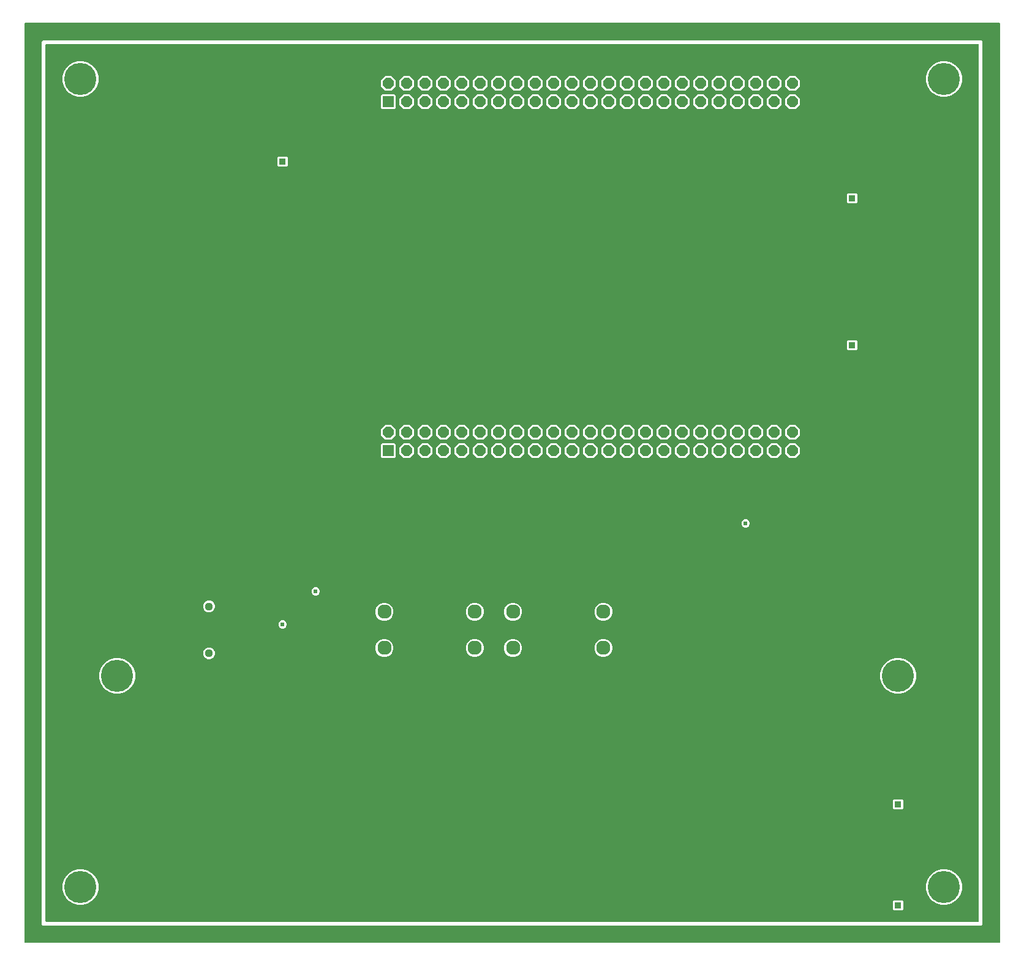
<source format=gbr>
G04 EAGLE Gerber RS-274X export*
G75*
%MOMM*%
%FSLAX34Y34*%
%LPD*%
%INBottom Copper*%
%IPPOS*%
%AMOC8*
5,1,8,0,0,1.08239X$1,22.5*%
G01*
%ADD10R,1.524000X1.524000*%
%ADD11P,1.649562X8X22.500000*%
%ADD12R,0.904800X0.904800*%
%ADD13C,1.960000*%
%ADD14C,1.120000*%
%ADD15C,4.445000*%
%ADD16C,0.609600*%

G36*
X1320918Y-26654D02*
X1320918Y-26654D01*
X1321037Y-26647D01*
X1321075Y-26634D01*
X1321116Y-26629D01*
X1321226Y-26586D01*
X1321339Y-26549D01*
X1321374Y-26527D01*
X1321411Y-26512D01*
X1321507Y-26443D01*
X1321608Y-26379D01*
X1321636Y-26349D01*
X1321669Y-26326D01*
X1321745Y-26234D01*
X1321826Y-26147D01*
X1321846Y-26112D01*
X1321871Y-26081D01*
X1321922Y-25973D01*
X1321980Y-25869D01*
X1321990Y-25829D01*
X1322007Y-25793D01*
X1322029Y-25676D01*
X1322059Y-25561D01*
X1322063Y-25501D01*
X1322067Y-25481D01*
X1322065Y-25460D01*
X1322069Y-25400D01*
X1322069Y1244600D01*
X1322054Y1244718D01*
X1322047Y1244837D01*
X1322034Y1244875D01*
X1322029Y1244916D01*
X1321986Y1245026D01*
X1321949Y1245139D01*
X1321927Y1245174D01*
X1321912Y1245211D01*
X1321843Y1245307D01*
X1321779Y1245408D01*
X1321749Y1245436D01*
X1321726Y1245469D01*
X1321634Y1245545D01*
X1321547Y1245626D01*
X1321512Y1245646D01*
X1321481Y1245671D01*
X1321373Y1245722D01*
X1321269Y1245780D01*
X1321229Y1245790D01*
X1321193Y1245807D01*
X1321076Y1245829D01*
X1320961Y1245859D01*
X1320901Y1245863D01*
X1320881Y1245867D01*
X1320860Y1245865D01*
X1320800Y1245869D01*
X-25400Y1245869D01*
X-25518Y1245854D01*
X-25637Y1245847D01*
X-25675Y1245834D01*
X-25716Y1245829D01*
X-25826Y1245786D01*
X-25939Y1245749D01*
X-25974Y1245727D01*
X-26011Y1245712D01*
X-26107Y1245643D01*
X-26208Y1245579D01*
X-26236Y1245549D01*
X-26269Y1245526D01*
X-26345Y1245434D01*
X-26426Y1245347D01*
X-26446Y1245312D01*
X-26471Y1245281D01*
X-26522Y1245173D01*
X-26580Y1245069D01*
X-26590Y1245029D01*
X-26607Y1244993D01*
X-26629Y1244876D01*
X-26659Y1244761D01*
X-26663Y1244701D01*
X-26667Y1244681D01*
X-26665Y1244660D01*
X-26669Y1244600D01*
X-26669Y-25400D01*
X-26654Y-25518D01*
X-26647Y-25637D01*
X-26634Y-25675D01*
X-26629Y-25716D01*
X-26586Y-25826D01*
X-26549Y-25939D01*
X-26527Y-25974D01*
X-26512Y-26011D01*
X-26443Y-26107D01*
X-26379Y-26208D01*
X-26349Y-26236D01*
X-26326Y-26269D01*
X-26234Y-26345D01*
X-26147Y-26426D01*
X-26112Y-26446D01*
X-26081Y-26471D01*
X-25973Y-26522D01*
X-25869Y-26580D01*
X-25829Y-26590D01*
X-25793Y-26607D01*
X-25676Y-26629D01*
X-25561Y-26659D01*
X-25501Y-26663D01*
X-25481Y-26667D01*
X-25460Y-26665D01*
X-25400Y-26669D01*
X1320800Y-26669D01*
X1320918Y-26654D01*
G37*
%LPC*%
G36*
X-1052Y-2541D02*
X-1052Y-2541D01*
X-2541Y-1052D01*
X-2541Y1220252D01*
X-1052Y1221741D01*
X1296452Y1221741D01*
X1297941Y1220252D01*
X1297941Y-1052D01*
X1296452Y-2541D01*
X-1052Y-2541D01*
G37*
%LPD*%
G36*
X1291708Y2556D02*
X1291708Y2556D01*
X1291827Y2563D01*
X1291865Y2576D01*
X1291906Y2581D01*
X1292016Y2624D01*
X1292129Y2661D01*
X1292164Y2683D01*
X1292201Y2698D01*
X1292297Y2767D01*
X1292398Y2831D01*
X1292426Y2861D01*
X1292459Y2884D01*
X1292535Y2976D01*
X1292616Y3063D01*
X1292636Y3098D01*
X1292661Y3129D01*
X1292712Y3237D01*
X1292770Y3341D01*
X1292780Y3381D01*
X1292797Y3417D01*
X1292819Y3534D01*
X1292849Y3649D01*
X1292853Y3709D01*
X1292857Y3729D01*
X1292855Y3750D01*
X1292859Y3810D01*
X1292859Y1215390D01*
X1292844Y1215508D01*
X1292837Y1215627D01*
X1292824Y1215665D01*
X1292819Y1215706D01*
X1292776Y1215816D01*
X1292739Y1215929D01*
X1292717Y1215964D01*
X1292702Y1216001D01*
X1292633Y1216097D01*
X1292569Y1216198D01*
X1292539Y1216226D01*
X1292516Y1216259D01*
X1292424Y1216335D01*
X1292337Y1216416D01*
X1292302Y1216436D01*
X1292271Y1216461D01*
X1292163Y1216512D01*
X1292059Y1216570D01*
X1292019Y1216580D01*
X1291983Y1216597D01*
X1291866Y1216619D01*
X1291751Y1216649D01*
X1291691Y1216653D01*
X1291671Y1216657D01*
X1291650Y1216655D01*
X1291590Y1216659D01*
X3810Y1216659D01*
X3692Y1216644D01*
X3573Y1216637D01*
X3535Y1216624D01*
X3494Y1216619D01*
X3384Y1216576D01*
X3271Y1216539D01*
X3236Y1216517D01*
X3199Y1216502D01*
X3103Y1216433D01*
X3002Y1216369D01*
X2974Y1216339D01*
X2941Y1216316D01*
X2865Y1216224D01*
X2784Y1216137D01*
X2764Y1216102D01*
X2739Y1216071D01*
X2688Y1215963D01*
X2630Y1215859D01*
X2620Y1215819D01*
X2603Y1215783D01*
X2581Y1215666D01*
X2551Y1215551D01*
X2547Y1215491D01*
X2543Y1215471D01*
X2545Y1215450D01*
X2541Y1215390D01*
X2541Y3810D01*
X2556Y3692D01*
X2563Y3573D01*
X2576Y3535D01*
X2581Y3494D01*
X2624Y3384D01*
X2661Y3271D01*
X2683Y3236D01*
X2698Y3199D01*
X2767Y3103D01*
X2831Y3002D01*
X2861Y2974D01*
X2884Y2941D01*
X2976Y2865D01*
X3063Y2784D01*
X3098Y2764D01*
X3129Y2739D01*
X3237Y2688D01*
X3341Y2630D01*
X3381Y2620D01*
X3417Y2603D01*
X3534Y2581D01*
X3649Y2551D01*
X3709Y2547D01*
X3729Y2543D01*
X3750Y2545D01*
X3810Y2541D01*
X1291590Y2541D01*
X1291708Y2556D01*
G37*
%LPC*%
G36*
X1241340Y1143634D02*
X1241340Y1143634D01*
X1235041Y1145322D01*
X1229394Y1148582D01*
X1224782Y1153194D01*
X1221522Y1158841D01*
X1219834Y1165140D01*
X1219834Y1171660D01*
X1221522Y1177959D01*
X1224782Y1183606D01*
X1229394Y1188218D01*
X1235041Y1191478D01*
X1241340Y1193166D01*
X1247860Y1193166D01*
X1254159Y1191478D01*
X1259806Y1188218D01*
X1264418Y1183606D01*
X1267678Y1177959D01*
X1269366Y1171660D01*
X1269366Y1165140D01*
X1267678Y1158841D01*
X1264418Y1153194D01*
X1259806Y1148582D01*
X1254159Y1145322D01*
X1247860Y1143634D01*
X1241340Y1143634D01*
G37*
%LPD*%
%LPC*%
G36*
X47540Y1143634D02*
X47540Y1143634D01*
X41241Y1145322D01*
X35594Y1148582D01*
X30982Y1153194D01*
X27722Y1158841D01*
X26034Y1165140D01*
X26034Y1171660D01*
X27722Y1177959D01*
X30982Y1183606D01*
X35594Y1188218D01*
X41241Y1191478D01*
X47540Y1193166D01*
X54060Y1193166D01*
X60359Y1191478D01*
X66006Y1188218D01*
X70618Y1183606D01*
X73878Y1177959D01*
X75566Y1171660D01*
X75566Y1165140D01*
X73878Y1158841D01*
X70618Y1153194D01*
X66006Y1148582D01*
X60359Y1145322D01*
X54060Y1143634D01*
X47540Y1143634D01*
G37*
%LPD*%
%LPC*%
G36*
X47540Y26034D02*
X47540Y26034D01*
X41241Y27722D01*
X35594Y30982D01*
X30982Y35594D01*
X27722Y41241D01*
X26034Y47540D01*
X26034Y54060D01*
X27722Y60359D01*
X30982Y66006D01*
X35594Y70618D01*
X41241Y73878D01*
X47540Y75566D01*
X54060Y75566D01*
X60359Y73878D01*
X66006Y70618D01*
X70618Y66006D01*
X73878Y60359D01*
X75566Y54060D01*
X75566Y47540D01*
X73878Y41241D01*
X70618Y35594D01*
X66006Y30982D01*
X60359Y27722D01*
X54060Y26034D01*
X47540Y26034D01*
G37*
%LPD*%
%LPC*%
G36*
X1241340Y26034D02*
X1241340Y26034D01*
X1235041Y27722D01*
X1229394Y30982D01*
X1224782Y35594D01*
X1221522Y41241D01*
X1219834Y47540D01*
X1219834Y54060D01*
X1221522Y60359D01*
X1224782Y66006D01*
X1229394Y70618D01*
X1235041Y73878D01*
X1241340Y75566D01*
X1247860Y75566D01*
X1254159Y73878D01*
X1259806Y70618D01*
X1264418Y66006D01*
X1267678Y60359D01*
X1269366Y54060D01*
X1269366Y47540D01*
X1267678Y41241D01*
X1264418Y35594D01*
X1259806Y30982D01*
X1254159Y27722D01*
X1247860Y26034D01*
X1241340Y26034D01*
G37*
%LPD*%
%LPC*%
G36*
X1177840Y318134D02*
X1177840Y318134D01*
X1171541Y319822D01*
X1165894Y323082D01*
X1161282Y327694D01*
X1158022Y333341D01*
X1156334Y339640D01*
X1156334Y346160D01*
X1158022Y352459D01*
X1161282Y358106D01*
X1165894Y362718D01*
X1171541Y365978D01*
X1177840Y367666D01*
X1184360Y367666D01*
X1190659Y365978D01*
X1196306Y362718D01*
X1200918Y358106D01*
X1204178Y352459D01*
X1205866Y346160D01*
X1205866Y339640D01*
X1204178Y333341D01*
X1200918Y327694D01*
X1196306Y323082D01*
X1190659Y319822D01*
X1184360Y318134D01*
X1177840Y318134D01*
G37*
%LPD*%
%LPC*%
G36*
X98340Y318134D02*
X98340Y318134D01*
X92041Y319822D01*
X86394Y323082D01*
X81782Y327694D01*
X78522Y333341D01*
X76834Y339640D01*
X76834Y346160D01*
X78522Y352459D01*
X81782Y358106D01*
X86394Y362718D01*
X92041Y365978D01*
X98340Y367666D01*
X104860Y367666D01*
X111159Y365978D01*
X116806Y362718D01*
X121418Y358106D01*
X124678Y352459D01*
X126366Y346160D01*
X126366Y339640D01*
X124678Y333341D01*
X121418Y327694D01*
X116806Y323082D01*
X111159Y319822D01*
X104860Y318134D01*
X98340Y318134D01*
G37*
%LPD*%
%LPC*%
G36*
X468445Y369059D02*
X468445Y369059D01*
X463910Y370938D01*
X460438Y374410D01*
X458559Y378945D01*
X458559Y383855D01*
X460438Y388390D01*
X463910Y391862D01*
X468445Y393741D01*
X473355Y393741D01*
X477890Y391862D01*
X481362Y388390D01*
X483241Y383855D01*
X483241Y378945D01*
X481362Y374410D01*
X477890Y370938D01*
X473355Y369059D01*
X468445Y369059D01*
G37*
%LPD*%
%LPC*%
G36*
X593445Y369059D02*
X593445Y369059D01*
X588910Y370938D01*
X585438Y374410D01*
X583559Y378945D01*
X583559Y383855D01*
X585438Y388390D01*
X588910Y391862D01*
X593445Y393741D01*
X598355Y393741D01*
X602890Y391862D01*
X606362Y388390D01*
X608241Y383855D01*
X608241Y378945D01*
X606362Y374410D01*
X602890Y370938D01*
X598355Y369059D01*
X593445Y369059D01*
G37*
%LPD*%
%LPC*%
G36*
X646245Y369059D02*
X646245Y369059D01*
X641710Y370938D01*
X638238Y374410D01*
X636359Y378945D01*
X636359Y383855D01*
X638238Y388390D01*
X641710Y391862D01*
X646245Y393741D01*
X651155Y393741D01*
X655690Y391862D01*
X659162Y388390D01*
X661041Y383855D01*
X661041Y378945D01*
X659162Y374410D01*
X655690Y370938D01*
X651155Y369059D01*
X646245Y369059D01*
G37*
%LPD*%
%LPC*%
G36*
X771245Y369059D02*
X771245Y369059D01*
X766710Y370938D01*
X763238Y374410D01*
X761359Y378945D01*
X761359Y383855D01*
X763238Y388390D01*
X766710Y391862D01*
X771245Y393741D01*
X776155Y393741D01*
X780690Y391862D01*
X784162Y388390D01*
X786041Y383855D01*
X786041Y378945D01*
X784162Y374410D01*
X780690Y370938D01*
X776155Y369059D01*
X771245Y369059D01*
G37*
%LPD*%
%LPC*%
G36*
X468445Y419059D02*
X468445Y419059D01*
X463910Y420938D01*
X460438Y424410D01*
X458559Y428945D01*
X458559Y433855D01*
X460438Y438390D01*
X463910Y441862D01*
X468445Y443741D01*
X473355Y443741D01*
X477890Y441862D01*
X481362Y438390D01*
X483241Y433855D01*
X483241Y428945D01*
X481362Y424410D01*
X477890Y420938D01*
X473355Y419059D01*
X468445Y419059D01*
G37*
%LPD*%
%LPC*%
G36*
X593445Y419059D02*
X593445Y419059D01*
X588910Y420938D01*
X585438Y424410D01*
X583559Y428945D01*
X583559Y433855D01*
X585438Y438390D01*
X588910Y441862D01*
X593445Y443741D01*
X598355Y443741D01*
X602890Y441862D01*
X606362Y438390D01*
X608241Y433855D01*
X608241Y428945D01*
X606362Y424410D01*
X602890Y420938D01*
X598355Y419059D01*
X593445Y419059D01*
G37*
%LPD*%
%LPC*%
G36*
X646245Y419059D02*
X646245Y419059D01*
X641710Y420938D01*
X638238Y424410D01*
X636359Y428945D01*
X636359Y433855D01*
X638238Y438390D01*
X641710Y441862D01*
X646245Y443741D01*
X651155Y443741D01*
X655690Y441862D01*
X659162Y438390D01*
X661041Y433855D01*
X661041Y428945D01*
X659162Y424410D01*
X655690Y420938D01*
X651155Y419059D01*
X646245Y419059D01*
G37*
%LPD*%
%LPC*%
G36*
X771245Y419059D02*
X771245Y419059D01*
X766710Y420938D01*
X763238Y424410D01*
X761359Y428945D01*
X761359Y433855D01*
X763238Y438390D01*
X766710Y441862D01*
X771245Y443741D01*
X776155Y443741D01*
X780690Y441862D01*
X784162Y438390D01*
X786041Y433855D01*
X786041Y428945D01*
X784162Y424410D01*
X780690Y420938D01*
X776155Y419059D01*
X771245Y419059D01*
G37*
%LPD*%
%LPC*%
G36*
X467578Y643889D02*
X467578Y643889D01*
X466089Y645378D01*
X466089Y662722D01*
X467578Y664211D01*
X484922Y664211D01*
X486411Y662722D01*
X486411Y645378D01*
X484922Y643889D01*
X467578Y643889D01*
G37*
%LPD*%
%LPC*%
G36*
X467578Y1126489D02*
X467578Y1126489D01*
X466089Y1127978D01*
X466089Y1145322D01*
X467578Y1146811D01*
X484922Y1146811D01*
X486411Y1145322D01*
X486411Y1127978D01*
X484922Y1126489D01*
X467578Y1126489D01*
G37*
%LPD*%
%LPC*%
G36*
X776841Y1151889D02*
X776841Y1151889D01*
X770889Y1157841D01*
X770889Y1166259D01*
X776841Y1172211D01*
X785259Y1172211D01*
X791211Y1166259D01*
X791211Y1157841D01*
X785259Y1151889D01*
X776841Y1151889D01*
G37*
%LPD*%
%LPC*%
G36*
X751441Y1151889D02*
X751441Y1151889D01*
X745489Y1157841D01*
X745489Y1166259D01*
X751441Y1172211D01*
X759859Y1172211D01*
X765811Y1166259D01*
X765811Y1157841D01*
X759859Y1151889D01*
X751441Y1151889D01*
G37*
%LPD*%
%LPC*%
G36*
X726041Y1151889D02*
X726041Y1151889D01*
X720089Y1157841D01*
X720089Y1166259D01*
X726041Y1172211D01*
X734459Y1172211D01*
X740411Y1166259D01*
X740411Y1157841D01*
X734459Y1151889D01*
X726041Y1151889D01*
G37*
%LPD*%
%LPC*%
G36*
X700641Y1151889D02*
X700641Y1151889D01*
X694689Y1157841D01*
X694689Y1166259D01*
X700641Y1172211D01*
X709059Y1172211D01*
X715011Y1166259D01*
X715011Y1157841D01*
X709059Y1151889D01*
X700641Y1151889D01*
G37*
%LPD*%
%LPC*%
G36*
X675241Y1151889D02*
X675241Y1151889D01*
X669289Y1157841D01*
X669289Y1166259D01*
X675241Y1172211D01*
X683659Y1172211D01*
X689611Y1166259D01*
X689611Y1157841D01*
X683659Y1151889D01*
X675241Y1151889D01*
G37*
%LPD*%
%LPC*%
G36*
X649841Y1151889D02*
X649841Y1151889D01*
X643889Y1157841D01*
X643889Y1166259D01*
X649841Y1172211D01*
X658259Y1172211D01*
X664211Y1166259D01*
X664211Y1157841D01*
X658259Y1151889D01*
X649841Y1151889D01*
G37*
%LPD*%
%LPC*%
G36*
X624441Y1151889D02*
X624441Y1151889D01*
X618489Y1157841D01*
X618489Y1166259D01*
X624441Y1172211D01*
X632859Y1172211D01*
X638811Y1166259D01*
X638811Y1157841D01*
X632859Y1151889D01*
X624441Y1151889D01*
G37*
%LPD*%
%LPC*%
G36*
X599041Y1151889D02*
X599041Y1151889D01*
X593089Y1157841D01*
X593089Y1166259D01*
X599041Y1172211D01*
X607459Y1172211D01*
X613411Y1166259D01*
X613411Y1157841D01*
X607459Y1151889D01*
X599041Y1151889D01*
G37*
%LPD*%
%LPC*%
G36*
X573641Y1151889D02*
X573641Y1151889D01*
X567689Y1157841D01*
X567689Y1166259D01*
X573641Y1172211D01*
X582059Y1172211D01*
X588011Y1166259D01*
X588011Y1157841D01*
X582059Y1151889D01*
X573641Y1151889D01*
G37*
%LPD*%
%LPC*%
G36*
X1030841Y1126489D02*
X1030841Y1126489D01*
X1024889Y1132441D01*
X1024889Y1140859D01*
X1030841Y1146811D01*
X1039259Y1146811D01*
X1045211Y1140859D01*
X1045211Y1132441D01*
X1039259Y1126489D01*
X1030841Y1126489D01*
G37*
%LPD*%
%LPC*%
G36*
X649841Y1126489D02*
X649841Y1126489D01*
X643889Y1132441D01*
X643889Y1140859D01*
X649841Y1146811D01*
X658259Y1146811D01*
X664211Y1140859D01*
X664211Y1132441D01*
X658259Y1126489D01*
X649841Y1126489D01*
G37*
%LPD*%
%LPC*%
G36*
X624441Y1126489D02*
X624441Y1126489D01*
X618489Y1132441D01*
X618489Y1140859D01*
X624441Y1146811D01*
X632859Y1146811D01*
X638811Y1140859D01*
X638811Y1132441D01*
X632859Y1126489D01*
X624441Y1126489D01*
G37*
%LPD*%
%LPC*%
G36*
X980041Y1126489D02*
X980041Y1126489D01*
X974089Y1132441D01*
X974089Y1140859D01*
X980041Y1146811D01*
X988459Y1146811D01*
X994411Y1140859D01*
X994411Y1132441D01*
X988459Y1126489D01*
X980041Y1126489D01*
G37*
%LPD*%
%LPC*%
G36*
X675241Y1126489D02*
X675241Y1126489D01*
X669289Y1132441D01*
X669289Y1140859D01*
X675241Y1146811D01*
X683659Y1146811D01*
X689611Y1140859D01*
X689611Y1132441D01*
X683659Y1126489D01*
X675241Y1126489D01*
G37*
%LPD*%
%LPC*%
G36*
X599041Y1126489D02*
X599041Y1126489D01*
X593089Y1132441D01*
X593089Y1140859D01*
X599041Y1146811D01*
X607459Y1146811D01*
X613411Y1140859D01*
X613411Y1132441D01*
X607459Y1126489D01*
X599041Y1126489D01*
G37*
%LPD*%
%LPC*%
G36*
X802241Y1151889D02*
X802241Y1151889D01*
X796289Y1157841D01*
X796289Y1166259D01*
X802241Y1172211D01*
X810659Y1172211D01*
X816611Y1166259D01*
X816611Y1157841D01*
X810659Y1151889D01*
X802241Y1151889D01*
G37*
%LPD*%
%LPC*%
G36*
X954641Y1126489D02*
X954641Y1126489D01*
X948689Y1132441D01*
X948689Y1140859D01*
X954641Y1146811D01*
X963059Y1146811D01*
X969011Y1140859D01*
X969011Y1132441D01*
X963059Y1126489D01*
X954641Y1126489D01*
G37*
%LPD*%
%LPC*%
G36*
X497441Y1126489D02*
X497441Y1126489D01*
X491489Y1132441D01*
X491489Y1140859D01*
X497441Y1146811D01*
X505859Y1146811D01*
X511811Y1140859D01*
X511811Y1132441D01*
X505859Y1126489D01*
X497441Y1126489D01*
G37*
%LPD*%
%LPC*%
G36*
X1005441Y1126489D02*
X1005441Y1126489D01*
X999489Y1132441D01*
X999489Y1140859D01*
X1005441Y1146811D01*
X1013859Y1146811D01*
X1019811Y1140859D01*
X1019811Y1132441D01*
X1013859Y1126489D01*
X1005441Y1126489D01*
G37*
%LPD*%
%LPC*%
G36*
X929241Y1126489D02*
X929241Y1126489D01*
X923289Y1132441D01*
X923289Y1140859D01*
X929241Y1146811D01*
X937659Y1146811D01*
X943611Y1140859D01*
X943611Y1132441D01*
X937659Y1126489D01*
X929241Y1126489D01*
G37*
%LPD*%
%LPC*%
G36*
X903841Y1126489D02*
X903841Y1126489D01*
X897889Y1132441D01*
X897889Y1140859D01*
X903841Y1146811D01*
X912259Y1146811D01*
X918211Y1140859D01*
X918211Y1132441D01*
X912259Y1126489D01*
X903841Y1126489D01*
G37*
%LPD*%
%LPC*%
G36*
X878441Y1126489D02*
X878441Y1126489D01*
X872489Y1132441D01*
X872489Y1140859D01*
X878441Y1146811D01*
X886859Y1146811D01*
X892811Y1140859D01*
X892811Y1132441D01*
X886859Y1126489D01*
X878441Y1126489D01*
G37*
%LPD*%
%LPC*%
G36*
X853041Y1126489D02*
X853041Y1126489D01*
X847089Y1132441D01*
X847089Y1140859D01*
X853041Y1146811D01*
X861459Y1146811D01*
X867411Y1140859D01*
X867411Y1132441D01*
X861459Y1126489D01*
X853041Y1126489D01*
G37*
%LPD*%
%LPC*%
G36*
X827641Y1126489D02*
X827641Y1126489D01*
X821689Y1132441D01*
X821689Y1140859D01*
X827641Y1146811D01*
X836059Y1146811D01*
X842011Y1140859D01*
X842011Y1132441D01*
X836059Y1126489D01*
X827641Y1126489D01*
G37*
%LPD*%
%LPC*%
G36*
X802241Y1126489D02*
X802241Y1126489D01*
X796289Y1132441D01*
X796289Y1140859D01*
X802241Y1146811D01*
X810659Y1146811D01*
X816611Y1140859D01*
X816611Y1132441D01*
X810659Y1126489D01*
X802241Y1126489D01*
G37*
%LPD*%
%LPC*%
G36*
X776841Y1126489D02*
X776841Y1126489D01*
X770889Y1132441D01*
X770889Y1140859D01*
X776841Y1146811D01*
X785259Y1146811D01*
X791211Y1140859D01*
X791211Y1132441D01*
X785259Y1126489D01*
X776841Y1126489D01*
G37*
%LPD*%
%LPC*%
G36*
X751441Y1126489D02*
X751441Y1126489D01*
X745489Y1132441D01*
X745489Y1140859D01*
X751441Y1146811D01*
X759859Y1146811D01*
X765811Y1140859D01*
X765811Y1132441D01*
X759859Y1126489D01*
X751441Y1126489D01*
G37*
%LPD*%
%LPC*%
G36*
X726041Y1126489D02*
X726041Y1126489D01*
X720089Y1132441D01*
X720089Y1140859D01*
X726041Y1146811D01*
X734459Y1146811D01*
X740411Y1140859D01*
X740411Y1132441D01*
X734459Y1126489D01*
X726041Y1126489D01*
G37*
%LPD*%
%LPC*%
G36*
X700641Y1126489D02*
X700641Y1126489D01*
X694689Y1132441D01*
X694689Y1140859D01*
X700641Y1146811D01*
X709059Y1146811D01*
X715011Y1140859D01*
X715011Y1132441D01*
X709059Y1126489D01*
X700641Y1126489D01*
G37*
%LPD*%
%LPC*%
G36*
X573641Y1126489D02*
X573641Y1126489D01*
X567689Y1132441D01*
X567689Y1140859D01*
X573641Y1146811D01*
X582059Y1146811D01*
X588011Y1140859D01*
X588011Y1132441D01*
X582059Y1126489D01*
X573641Y1126489D01*
G37*
%LPD*%
%LPC*%
G36*
X548241Y1126489D02*
X548241Y1126489D01*
X542289Y1132441D01*
X542289Y1140859D01*
X548241Y1146811D01*
X556659Y1146811D01*
X562611Y1140859D01*
X562611Y1132441D01*
X556659Y1126489D01*
X548241Y1126489D01*
G37*
%LPD*%
%LPC*%
G36*
X522841Y1126489D02*
X522841Y1126489D01*
X516889Y1132441D01*
X516889Y1140859D01*
X522841Y1146811D01*
X531259Y1146811D01*
X537211Y1140859D01*
X537211Y1132441D01*
X531259Y1126489D01*
X522841Y1126489D01*
G37*
%LPD*%
%LPC*%
G36*
X472041Y1151889D02*
X472041Y1151889D01*
X466089Y1157841D01*
X466089Y1166259D01*
X472041Y1172211D01*
X480459Y1172211D01*
X486411Y1166259D01*
X486411Y1157841D01*
X480459Y1151889D01*
X472041Y1151889D01*
G37*
%LPD*%
%LPC*%
G36*
X522841Y1151889D02*
X522841Y1151889D01*
X516889Y1157841D01*
X516889Y1166259D01*
X522841Y1172211D01*
X531259Y1172211D01*
X537211Y1166259D01*
X537211Y1157841D01*
X531259Y1151889D01*
X522841Y1151889D01*
G37*
%LPD*%
%LPC*%
G36*
X548241Y1151889D02*
X548241Y1151889D01*
X542289Y1157841D01*
X542289Y1166259D01*
X548241Y1172211D01*
X556659Y1172211D01*
X562611Y1166259D01*
X562611Y1157841D01*
X556659Y1151889D01*
X548241Y1151889D01*
G37*
%LPD*%
%LPC*%
G36*
X776841Y669289D02*
X776841Y669289D01*
X770889Y675241D01*
X770889Y683659D01*
X776841Y689611D01*
X785259Y689611D01*
X791211Y683659D01*
X791211Y675241D01*
X785259Y669289D01*
X776841Y669289D01*
G37*
%LPD*%
%LPC*%
G36*
X802241Y669289D02*
X802241Y669289D01*
X796289Y675241D01*
X796289Y683659D01*
X802241Y689611D01*
X810659Y689611D01*
X816611Y683659D01*
X816611Y675241D01*
X810659Y669289D01*
X802241Y669289D01*
G37*
%LPD*%
%LPC*%
G36*
X827641Y669289D02*
X827641Y669289D01*
X821689Y675241D01*
X821689Y683659D01*
X827641Y689611D01*
X836059Y689611D01*
X842011Y683659D01*
X842011Y675241D01*
X836059Y669289D01*
X827641Y669289D01*
G37*
%LPD*%
%LPC*%
G36*
X878441Y669289D02*
X878441Y669289D01*
X872489Y675241D01*
X872489Y683659D01*
X878441Y689611D01*
X886859Y689611D01*
X892811Y683659D01*
X892811Y675241D01*
X886859Y669289D01*
X878441Y669289D01*
G37*
%LPD*%
%LPC*%
G36*
X903841Y669289D02*
X903841Y669289D01*
X897889Y675241D01*
X897889Y683659D01*
X903841Y689611D01*
X912259Y689611D01*
X918211Y683659D01*
X918211Y675241D01*
X912259Y669289D01*
X903841Y669289D01*
G37*
%LPD*%
%LPC*%
G36*
X929241Y669289D02*
X929241Y669289D01*
X923289Y675241D01*
X923289Y683659D01*
X929241Y689611D01*
X937659Y689611D01*
X943611Y683659D01*
X943611Y675241D01*
X937659Y669289D01*
X929241Y669289D01*
G37*
%LPD*%
%LPC*%
G36*
X954641Y669289D02*
X954641Y669289D01*
X948689Y675241D01*
X948689Y683659D01*
X954641Y689611D01*
X963059Y689611D01*
X969011Y683659D01*
X969011Y675241D01*
X963059Y669289D01*
X954641Y669289D01*
G37*
%LPD*%
%LPC*%
G36*
X980041Y669289D02*
X980041Y669289D01*
X974089Y675241D01*
X974089Y683659D01*
X980041Y689611D01*
X988459Y689611D01*
X994411Y683659D01*
X994411Y675241D01*
X988459Y669289D01*
X980041Y669289D01*
G37*
%LPD*%
%LPC*%
G36*
X1030841Y669289D02*
X1030841Y669289D01*
X1024889Y675241D01*
X1024889Y683659D01*
X1030841Y689611D01*
X1039259Y689611D01*
X1045211Y683659D01*
X1045211Y675241D01*
X1039259Y669289D01*
X1030841Y669289D01*
G37*
%LPD*%
%LPC*%
G36*
X522841Y669289D02*
X522841Y669289D01*
X516889Y675241D01*
X516889Y683659D01*
X522841Y689611D01*
X531259Y689611D01*
X537211Y683659D01*
X537211Y675241D01*
X531259Y669289D01*
X522841Y669289D01*
G37*
%LPD*%
%LPC*%
G36*
X497441Y669289D02*
X497441Y669289D01*
X491489Y675241D01*
X491489Y683659D01*
X497441Y689611D01*
X505859Y689611D01*
X511811Y683659D01*
X511811Y675241D01*
X505859Y669289D01*
X497441Y669289D01*
G37*
%LPD*%
%LPC*%
G36*
X751441Y669289D02*
X751441Y669289D01*
X745489Y675241D01*
X745489Y683659D01*
X751441Y689611D01*
X759859Y689611D01*
X765811Y683659D01*
X765811Y675241D01*
X759859Y669289D01*
X751441Y669289D01*
G37*
%LPD*%
%LPC*%
G36*
X1005441Y669289D02*
X1005441Y669289D01*
X999489Y675241D01*
X999489Y683659D01*
X1005441Y689611D01*
X1013859Y689611D01*
X1019811Y683659D01*
X1019811Y675241D01*
X1013859Y669289D01*
X1005441Y669289D01*
G37*
%LPD*%
%LPC*%
G36*
X726041Y669289D02*
X726041Y669289D01*
X720089Y675241D01*
X720089Y683659D01*
X726041Y689611D01*
X734459Y689611D01*
X740411Y683659D01*
X740411Y675241D01*
X734459Y669289D01*
X726041Y669289D01*
G37*
%LPD*%
%LPC*%
G36*
X700641Y669289D02*
X700641Y669289D01*
X694689Y675241D01*
X694689Y683659D01*
X700641Y689611D01*
X709059Y689611D01*
X715011Y683659D01*
X715011Y675241D01*
X709059Y669289D01*
X700641Y669289D01*
G37*
%LPD*%
%LPC*%
G36*
X675241Y669289D02*
X675241Y669289D01*
X669289Y675241D01*
X669289Y683659D01*
X675241Y689611D01*
X683659Y689611D01*
X689611Y683659D01*
X689611Y675241D01*
X683659Y669289D01*
X675241Y669289D01*
G37*
%LPD*%
%LPC*%
G36*
X472041Y669289D02*
X472041Y669289D01*
X466089Y675241D01*
X466089Y683659D01*
X472041Y689611D01*
X480459Y689611D01*
X486411Y683659D01*
X486411Y675241D01*
X480459Y669289D01*
X472041Y669289D01*
G37*
%LPD*%
%LPC*%
G36*
X649841Y669289D02*
X649841Y669289D01*
X643889Y675241D01*
X643889Y683659D01*
X649841Y689611D01*
X658259Y689611D01*
X664211Y683659D01*
X664211Y675241D01*
X658259Y669289D01*
X649841Y669289D01*
G37*
%LPD*%
%LPC*%
G36*
X624441Y669289D02*
X624441Y669289D01*
X618489Y675241D01*
X618489Y683659D01*
X624441Y689611D01*
X632859Y689611D01*
X638811Y683659D01*
X638811Y675241D01*
X632859Y669289D01*
X624441Y669289D01*
G37*
%LPD*%
%LPC*%
G36*
X599041Y669289D02*
X599041Y669289D01*
X593089Y675241D01*
X593089Y683659D01*
X599041Y689611D01*
X607459Y689611D01*
X613411Y683659D01*
X613411Y675241D01*
X607459Y669289D01*
X599041Y669289D01*
G37*
%LPD*%
%LPC*%
G36*
X573641Y669289D02*
X573641Y669289D01*
X567689Y675241D01*
X567689Y683659D01*
X573641Y689611D01*
X582059Y689611D01*
X588011Y683659D01*
X588011Y675241D01*
X582059Y669289D01*
X573641Y669289D01*
G37*
%LPD*%
%LPC*%
G36*
X548241Y669289D02*
X548241Y669289D01*
X542289Y675241D01*
X542289Y683659D01*
X548241Y689611D01*
X556659Y689611D01*
X562611Y683659D01*
X562611Y675241D01*
X556659Y669289D01*
X548241Y669289D01*
G37*
%LPD*%
%LPC*%
G36*
X853041Y669289D02*
X853041Y669289D01*
X847089Y675241D01*
X847089Y683659D01*
X853041Y689611D01*
X861459Y689611D01*
X867411Y683659D01*
X867411Y675241D01*
X861459Y669289D01*
X853041Y669289D01*
G37*
%LPD*%
%LPC*%
G36*
X548241Y643889D02*
X548241Y643889D01*
X542289Y649841D01*
X542289Y658259D01*
X548241Y664211D01*
X556659Y664211D01*
X562611Y658259D01*
X562611Y649841D01*
X556659Y643889D01*
X548241Y643889D01*
G37*
%LPD*%
%LPC*%
G36*
X802241Y643889D02*
X802241Y643889D01*
X796289Y649841D01*
X796289Y658259D01*
X802241Y664211D01*
X810659Y664211D01*
X816611Y658259D01*
X816611Y649841D01*
X810659Y643889D01*
X802241Y643889D01*
G37*
%LPD*%
%LPC*%
G36*
X827641Y643889D02*
X827641Y643889D01*
X821689Y649841D01*
X821689Y658259D01*
X827641Y664211D01*
X836059Y664211D01*
X842011Y658259D01*
X842011Y649841D01*
X836059Y643889D01*
X827641Y643889D01*
G37*
%LPD*%
%LPC*%
G36*
X903841Y643889D02*
X903841Y643889D01*
X897889Y649841D01*
X897889Y658259D01*
X903841Y664211D01*
X912259Y664211D01*
X918211Y658259D01*
X918211Y649841D01*
X912259Y643889D01*
X903841Y643889D01*
G37*
%LPD*%
%LPC*%
G36*
X929241Y643889D02*
X929241Y643889D01*
X923289Y649841D01*
X923289Y658259D01*
X929241Y664211D01*
X937659Y664211D01*
X943611Y658259D01*
X943611Y649841D01*
X937659Y643889D01*
X929241Y643889D01*
G37*
%LPD*%
%LPC*%
G36*
X954641Y643889D02*
X954641Y643889D01*
X948689Y649841D01*
X948689Y658259D01*
X954641Y664211D01*
X963059Y664211D01*
X969011Y658259D01*
X969011Y649841D01*
X963059Y643889D01*
X954641Y643889D01*
G37*
%LPD*%
%LPC*%
G36*
X522841Y643889D02*
X522841Y643889D01*
X516889Y649841D01*
X516889Y658259D01*
X522841Y664211D01*
X531259Y664211D01*
X537211Y658259D01*
X537211Y649841D01*
X531259Y643889D01*
X522841Y643889D01*
G37*
%LPD*%
%LPC*%
G36*
X1005441Y643889D02*
X1005441Y643889D01*
X999489Y649841D01*
X999489Y658259D01*
X1005441Y664211D01*
X1013859Y664211D01*
X1019811Y658259D01*
X1019811Y649841D01*
X1013859Y643889D01*
X1005441Y643889D01*
G37*
%LPD*%
%LPC*%
G36*
X1030841Y643889D02*
X1030841Y643889D01*
X1024889Y649841D01*
X1024889Y658259D01*
X1030841Y664211D01*
X1039259Y664211D01*
X1045211Y658259D01*
X1045211Y649841D01*
X1039259Y643889D01*
X1030841Y643889D01*
G37*
%LPD*%
%LPC*%
G36*
X497441Y643889D02*
X497441Y643889D01*
X491489Y649841D01*
X491489Y658259D01*
X497441Y664211D01*
X505859Y664211D01*
X511811Y658259D01*
X511811Y649841D01*
X505859Y643889D01*
X497441Y643889D01*
G37*
%LPD*%
%LPC*%
G36*
X624441Y643889D02*
X624441Y643889D01*
X618489Y649841D01*
X618489Y658259D01*
X624441Y664211D01*
X632859Y664211D01*
X638811Y658259D01*
X638811Y649841D01*
X632859Y643889D01*
X624441Y643889D01*
G37*
%LPD*%
%LPC*%
G36*
X980041Y643889D02*
X980041Y643889D01*
X974089Y649841D01*
X974089Y658259D01*
X980041Y664211D01*
X988459Y664211D01*
X994411Y658259D01*
X994411Y649841D01*
X988459Y643889D01*
X980041Y643889D01*
G37*
%LPD*%
%LPC*%
G36*
X599041Y643889D02*
X599041Y643889D01*
X593089Y649841D01*
X593089Y658259D01*
X599041Y664211D01*
X607459Y664211D01*
X613411Y658259D01*
X613411Y649841D01*
X607459Y643889D01*
X599041Y643889D01*
G37*
%LPD*%
%LPC*%
G36*
X573641Y643889D02*
X573641Y643889D01*
X567689Y649841D01*
X567689Y658259D01*
X573641Y664211D01*
X582059Y664211D01*
X588011Y658259D01*
X588011Y649841D01*
X582059Y643889D01*
X573641Y643889D01*
G37*
%LPD*%
%LPC*%
G36*
X878441Y643889D02*
X878441Y643889D01*
X872489Y649841D01*
X872489Y658259D01*
X878441Y664211D01*
X886859Y664211D01*
X892811Y658259D01*
X892811Y649841D01*
X886859Y643889D01*
X878441Y643889D01*
G37*
%LPD*%
%LPC*%
G36*
X827641Y1151889D02*
X827641Y1151889D01*
X821689Y1157841D01*
X821689Y1166259D01*
X827641Y1172211D01*
X836059Y1172211D01*
X842011Y1166259D01*
X842011Y1157841D01*
X836059Y1151889D01*
X827641Y1151889D01*
G37*
%LPD*%
%LPC*%
G36*
X776841Y643889D02*
X776841Y643889D01*
X770889Y649841D01*
X770889Y658259D01*
X776841Y664211D01*
X785259Y664211D01*
X791211Y658259D01*
X791211Y649841D01*
X785259Y643889D01*
X776841Y643889D01*
G37*
%LPD*%
%LPC*%
G36*
X751441Y643889D02*
X751441Y643889D01*
X745489Y649841D01*
X745489Y658259D01*
X751441Y664211D01*
X759859Y664211D01*
X765811Y658259D01*
X765811Y649841D01*
X759859Y643889D01*
X751441Y643889D01*
G37*
%LPD*%
%LPC*%
G36*
X726041Y643889D02*
X726041Y643889D01*
X720089Y649841D01*
X720089Y658259D01*
X726041Y664211D01*
X734459Y664211D01*
X740411Y658259D01*
X740411Y649841D01*
X734459Y643889D01*
X726041Y643889D01*
G37*
%LPD*%
%LPC*%
G36*
X700641Y643889D02*
X700641Y643889D01*
X694689Y649841D01*
X694689Y658259D01*
X700641Y664211D01*
X709059Y664211D01*
X715011Y658259D01*
X715011Y649841D01*
X709059Y643889D01*
X700641Y643889D01*
G37*
%LPD*%
%LPC*%
G36*
X675241Y643889D02*
X675241Y643889D01*
X669289Y649841D01*
X669289Y658259D01*
X675241Y664211D01*
X683659Y664211D01*
X689611Y658259D01*
X689611Y649841D01*
X683659Y643889D01*
X675241Y643889D01*
G37*
%LPD*%
%LPC*%
G36*
X649841Y643889D02*
X649841Y643889D01*
X643889Y649841D01*
X643889Y658259D01*
X649841Y664211D01*
X658259Y664211D01*
X664211Y658259D01*
X664211Y649841D01*
X658259Y643889D01*
X649841Y643889D01*
G37*
%LPD*%
%LPC*%
G36*
X853041Y643889D02*
X853041Y643889D01*
X847089Y649841D01*
X847089Y658259D01*
X853041Y664211D01*
X861459Y664211D01*
X867411Y658259D01*
X867411Y649841D01*
X861459Y643889D01*
X853041Y643889D01*
G37*
%LPD*%
%LPC*%
G36*
X497441Y1151889D02*
X497441Y1151889D01*
X491489Y1157841D01*
X491489Y1166259D01*
X497441Y1172211D01*
X505859Y1172211D01*
X511811Y1166259D01*
X511811Y1157841D01*
X505859Y1151889D01*
X497441Y1151889D01*
G37*
%LPD*%
%LPC*%
G36*
X1030841Y1151889D02*
X1030841Y1151889D01*
X1024889Y1157841D01*
X1024889Y1166259D01*
X1030841Y1172211D01*
X1039259Y1172211D01*
X1045211Y1166259D01*
X1045211Y1157841D01*
X1039259Y1151889D01*
X1030841Y1151889D01*
G37*
%LPD*%
%LPC*%
G36*
X1005441Y1151889D02*
X1005441Y1151889D01*
X999489Y1157841D01*
X999489Y1166259D01*
X1005441Y1172211D01*
X1013859Y1172211D01*
X1019811Y1166259D01*
X1019811Y1157841D01*
X1013859Y1151889D01*
X1005441Y1151889D01*
G37*
%LPD*%
%LPC*%
G36*
X853041Y1151889D02*
X853041Y1151889D01*
X847089Y1157841D01*
X847089Y1166259D01*
X853041Y1172211D01*
X861459Y1172211D01*
X867411Y1166259D01*
X867411Y1157841D01*
X861459Y1151889D01*
X853041Y1151889D01*
G37*
%LPD*%
%LPC*%
G36*
X878441Y1151889D02*
X878441Y1151889D01*
X872489Y1157841D01*
X872489Y1166259D01*
X878441Y1172211D01*
X886859Y1172211D01*
X892811Y1166259D01*
X892811Y1157841D01*
X886859Y1151889D01*
X878441Y1151889D01*
G37*
%LPD*%
%LPC*%
G36*
X903841Y1151889D02*
X903841Y1151889D01*
X897889Y1157841D01*
X897889Y1166259D01*
X903841Y1172211D01*
X912259Y1172211D01*
X918211Y1166259D01*
X918211Y1157841D01*
X912259Y1151889D01*
X903841Y1151889D01*
G37*
%LPD*%
%LPC*%
G36*
X929241Y1151889D02*
X929241Y1151889D01*
X923289Y1157841D01*
X923289Y1166259D01*
X929241Y1172211D01*
X937659Y1172211D01*
X943611Y1166259D01*
X943611Y1157841D01*
X937659Y1151889D01*
X929241Y1151889D01*
G37*
%LPD*%
%LPC*%
G36*
X980041Y1151889D02*
X980041Y1151889D01*
X974089Y1157841D01*
X974089Y1166259D01*
X980041Y1172211D01*
X988459Y1172211D01*
X994411Y1166259D01*
X994411Y1157841D01*
X988459Y1151889D01*
X980041Y1151889D01*
G37*
%LPD*%
%LPC*%
G36*
X954641Y1151889D02*
X954641Y1151889D01*
X948689Y1157841D01*
X948689Y1166259D01*
X954641Y1172211D01*
X963059Y1172211D01*
X969011Y1166259D01*
X969011Y1157841D01*
X963059Y1151889D01*
X954641Y1151889D01*
G37*
%LPD*%
%LPC*%
G36*
X226981Y365759D02*
X226981Y365759D01*
X223989Y366999D01*
X221699Y369289D01*
X220459Y372281D01*
X220459Y375519D01*
X221699Y378511D01*
X223989Y380801D01*
X226981Y382041D01*
X230219Y382041D01*
X233211Y380801D01*
X235501Y378511D01*
X236741Y375519D01*
X236741Y372281D01*
X235501Y369289D01*
X233211Y366999D01*
X230219Y365759D01*
X226981Y365759D01*
G37*
%LPD*%
%LPC*%
G36*
X226981Y430759D02*
X226981Y430759D01*
X223989Y431999D01*
X221699Y434289D01*
X220459Y437281D01*
X220459Y440519D01*
X221699Y443511D01*
X223989Y445801D01*
X226981Y447041D01*
X230219Y447041D01*
X233211Y445801D01*
X235501Y443511D01*
X236741Y440519D01*
X236741Y437281D01*
X235501Y434289D01*
X233211Y431999D01*
X230219Y430759D01*
X226981Y430759D01*
G37*
%LPD*%
%LPC*%
G36*
X1175524Y32465D02*
X1175524Y32465D01*
X1186676Y32465D01*
X1188165Y30976D01*
X1188165Y19824D01*
X1186676Y18335D01*
X1175524Y18335D01*
X1174035Y19824D01*
X1174035Y30976D01*
X1175524Y32465D01*
G37*
%LPD*%
%LPC*%
G36*
X1112024Y793035D02*
X1112024Y793035D01*
X1110535Y794524D01*
X1110535Y805676D01*
X1112024Y807165D01*
X1123176Y807165D01*
X1124665Y805676D01*
X1124665Y794524D01*
X1123176Y793035D01*
X1112024Y793035D01*
G37*
%LPD*%
%LPC*%
G36*
X324624Y1047035D02*
X324624Y1047035D01*
X323135Y1048524D01*
X323135Y1059676D01*
X324624Y1061165D01*
X335776Y1061165D01*
X337265Y1059676D01*
X337265Y1048524D01*
X335776Y1047035D01*
X324624Y1047035D01*
G37*
%LPD*%
%LPC*%
G36*
X1112024Y996235D02*
X1112024Y996235D01*
X1110535Y997724D01*
X1110535Y1008876D01*
X1112024Y1010365D01*
X1123176Y1010365D01*
X1124665Y1008876D01*
X1124665Y997724D01*
X1123176Y996235D01*
X1112024Y996235D01*
G37*
%LPD*%
%LPC*%
G36*
X1175524Y158035D02*
X1175524Y158035D01*
X1174035Y159524D01*
X1174035Y170676D01*
X1175524Y172165D01*
X1186676Y172165D01*
X1188165Y170676D01*
X1188165Y159524D01*
X1186676Y158035D01*
X1175524Y158035D01*
G37*
%LPD*%
%LPC*%
G36*
X374808Y454151D02*
X374808Y454151D01*
X372754Y455002D01*
X371182Y456574D01*
X370331Y458628D01*
X370331Y460852D01*
X371182Y462906D01*
X372754Y464478D01*
X374808Y465329D01*
X377032Y465329D01*
X379086Y464478D01*
X380658Y462906D01*
X381509Y460852D01*
X381509Y458628D01*
X380658Y456574D01*
X379086Y455002D01*
X377032Y454151D01*
X374808Y454151D01*
G37*
%LPD*%
%LPC*%
G36*
X969168Y548131D02*
X969168Y548131D01*
X967114Y548982D01*
X965542Y550554D01*
X964691Y552608D01*
X964691Y554832D01*
X965542Y556886D01*
X967114Y558458D01*
X969168Y559309D01*
X971392Y559309D01*
X973446Y558458D01*
X975018Y556886D01*
X975869Y554832D01*
X975869Y552608D01*
X975018Y550554D01*
X973446Y548982D01*
X971392Y548131D01*
X969168Y548131D01*
G37*
%LPD*%
%LPC*%
G36*
X329088Y408431D02*
X329088Y408431D01*
X327034Y409282D01*
X325462Y410854D01*
X324611Y412908D01*
X324611Y415132D01*
X325462Y417186D01*
X327034Y418758D01*
X329088Y419609D01*
X331312Y419609D01*
X333366Y418758D01*
X334938Y417186D01*
X335789Y415132D01*
X335789Y412908D01*
X334938Y410854D01*
X333366Y409282D01*
X331312Y408431D01*
X329088Y408431D01*
G37*
%LPD*%
D10*
X476250Y1136650D03*
D11*
X476250Y1162050D03*
X501650Y1136650D03*
X501650Y1162050D03*
X527050Y1136650D03*
X527050Y1162050D03*
X552450Y1136650D03*
X552450Y1162050D03*
X577850Y1136650D03*
X577850Y1162050D03*
X603250Y1136650D03*
X603250Y1162050D03*
X628650Y1136650D03*
X628650Y1162050D03*
X654050Y1136650D03*
X654050Y1162050D03*
X679450Y1136650D03*
X679450Y1162050D03*
X704850Y1136650D03*
X704850Y1162050D03*
X730250Y1136650D03*
X730250Y1162050D03*
X755650Y1136650D03*
X755650Y1162050D03*
X781050Y1136650D03*
X781050Y1162050D03*
X806450Y1136650D03*
X806450Y1162050D03*
X831850Y1136650D03*
X831850Y1162050D03*
X857250Y1136650D03*
X857250Y1162050D03*
X882650Y1136650D03*
X882650Y1162050D03*
X908050Y1136650D03*
X908050Y1162050D03*
X933450Y1136650D03*
X933450Y1162050D03*
X958850Y1136650D03*
X958850Y1162050D03*
X984250Y1136650D03*
X984250Y1162050D03*
X1009650Y1136650D03*
X1009650Y1162050D03*
X1035050Y1136650D03*
X1035050Y1162050D03*
D10*
X476250Y654050D03*
D11*
X476250Y679450D03*
X501650Y654050D03*
X501650Y679450D03*
X527050Y654050D03*
X527050Y679450D03*
X552450Y654050D03*
X552450Y679450D03*
X577850Y654050D03*
X577850Y679450D03*
X603250Y654050D03*
X603250Y679450D03*
X628650Y654050D03*
X628650Y679450D03*
X654050Y654050D03*
X654050Y679450D03*
X679450Y654050D03*
X679450Y679450D03*
X704850Y654050D03*
X704850Y679450D03*
X730250Y654050D03*
X730250Y679450D03*
X755650Y654050D03*
X755650Y679450D03*
X781050Y654050D03*
X781050Y679450D03*
X806450Y654050D03*
X806450Y679450D03*
X831850Y654050D03*
X831850Y679450D03*
X857250Y654050D03*
X857250Y679450D03*
X882650Y654050D03*
X882650Y679450D03*
X908050Y654050D03*
X908050Y679450D03*
X933450Y654050D03*
X933450Y679450D03*
X958850Y654050D03*
X958850Y679450D03*
X984250Y654050D03*
X984250Y679450D03*
X1009650Y654050D03*
X1009650Y679450D03*
X1035050Y654050D03*
X1035050Y679450D03*
D12*
X330200Y1054100D03*
X1117600Y1003300D03*
X1117600Y800100D03*
X1181100Y165100D03*
X1181100Y25400D03*
D13*
X595900Y431400D03*
X595900Y381400D03*
X470900Y381400D03*
X470900Y431400D03*
X773700Y431400D03*
X773700Y381400D03*
X648700Y381400D03*
X648700Y431400D03*
D14*
X228600Y438900D03*
X228600Y373900D03*
D15*
X1181100Y342900D03*
X101600Y342900D03*
X50800Y50800D03*
X1244600Y50800D03*
X50800Y1168400D03*
X1244600Y1168400D03*
D16*
X970280Y553720D03*
X330200Y414020D03*
X375920Y459740D03*
M02*

</source>
